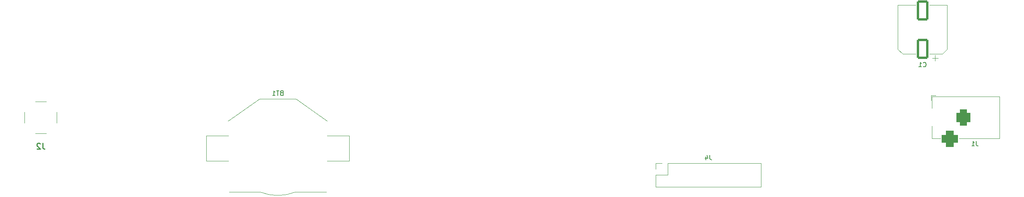
<source format=gbo>
%TF.GenerationSoftware,KiCad,Pcbnew,(6.0.0)*%
%TF.CreationDate,2022-08-27T11:05:42-04:00*%
%TF.ProjectId,VFD GPS Clock,56464420-4750-4532-9043-6c6f636b2e6b,rev?*%
%TF.SameCoordinates,Original*%
%TF.FileFunction,Legend,Bot*%
%TF.FilePolarity,Positive*%
%FSLAX46Y46*%
G04 Gerber Fmt 4.6, Leading zero omitted, Abs format (unit mm)*
G04 Created by KiCad (PCBNEW (6.0.0)) date 2022-08-27 11:05:42*
%MOMM*%
%LPD*%
G01*
G04 APERTURE LIST*
G04 Aperture macros list*
%AMRoundRect*
0 Rectangle with rounded corners*
0 $1 Rounding radius*
0 $2 $3 $4 $5 $6 $7 $8 $9 X,Y pos of 4 corners*
0 Add a 4 corners polygon primitive as box body*
4,1,4,$2,$3,$4,$5,$6,$7,$8,$9,$2,$3,0*
0 Add four circle primitives for the rounded corners*
1,1,$1+$1,$2,$3*
1,1,$1+$1,$4,$5*
1,1,$1+$1,$6,$7*
1,1,$1+$1,$8,$9*
0 Add four rect primitives between the rounded corners*
20,1,$1+$1,$2,$3,$4,$5,0*
20,1,$1+$1,$4,$5,$6,$7,0*
20,1,$1+$1,$6,$7,$8,$9,0*
20,1,$1+$1,$8,$9,$2,$3,0*%
G04 Aperture macros list end*
%ADD10C,0.150000*%
%ADD11C,0.254000*%
%ADD12C,0.120000*%
%ADD13C,0.100000*%
%ADD14R,1.700000X1.700000*%
%ADD15O,1.700000X1.700000*%
%ADD16C,6.400000*%
%ADD17R,1.800000X1.800000*%
%ADD18C,1.800000*%
%ADD19R,3.500000X3.500000*%
%ADD20RoundRect,0.750000X0.750000X1.000000X-0.750000X1.000000X-0.750000X-1.000000X0.750000X-1.000000X0*%
%ADD21RoundRect,0.875000X0.875000X0.875000X-0.875000X0.875000X-0.875000X-0.875000X0.875000X-0.875000X0*%
%ADD22C,2.400000*%
%ADD23C,2.850000*%
%ADD24R,5.100000X5.100000*%
%ADD25C,17.800000*%
%ADD26RoundRect,0.250000X1.000000X-1.950000X1.000000X1.950000X-1.000000X1.950000X-1.000000X-1.950000X0*%
G04 APERTURE END LIST*
D10*
%TO.C,J4*%
X172458333Y-135127380D02*
X172458333Y-135841666D01*
X172505952Y-135984523D01*
X172601190Y-136079761D01*
X172744047Y-136127380D01*
X172839285Y-136127380D01*
X171553571Y-135460714D02*
X171553571Y-136127380D01*
X171791666Y-135079761D02*
X172029761Y-135794047D01*
X171410714Y-135794047D01*
%TO.C,J1*%
X230533333Y-132102380D02*
X230533333Y-132816666D01*
X230580952Y-132959523D01*
X230676190Y-133054761D01*
X230819047Y-133102380D01*
X230914285Y-133102380D01*
X229533333Y-133102380D02*
X230104761Y-133102380D01*
X229819047Y-133102380D02*
X229819047Y-132102380D01*
X229914285Y-132245238D01*
X230009523Y-132340476D01*
X230104761Y-132388095D01*
D11*
%TO.C,J2*%
X27023333Y-132504523D02*
X27023333Y-133411666D01*
X27083809Y-133593095D01*
X27204761Y-133714047D01*
X27386190Y-133774523D01*
X27507142Y-133774523D01*
X26479047Y-132625476D02*
X26418571Y-132565000D01*
X26297619Y-132504523D01*
X25995238Y-132504523D01*
X25874285Y-132565000D01*
X25813809Y-132625476D01*
X25753333Y-132746428D01*
X25753333Y-132867380D01*
X25813809Y-133048809D01*
X26539523Y-133774523D01*
X25753333Y-133774523D01*
D10*
%TO.C,BT1*%
X79085714Y-121528571D02*
X78942857Y-121576190D01*
X78895238Y-121623809D01*
X78847619Y-121719047D01*
X78847619Y-121861904D01*
X78895238Y-121957142D01*
X78942857Y-122004761D01*
X79038095Y-122052380D01*
X79419047Y-122052380D01*
X79419047Y-121052380D01*
X79085714Y-121052380D01*
X78990476Y-121100000D01*
X78942857Y-121147619D01*
X78895238Y-121242857D01*
X78895238Y-121338095D01*
X78942857Y-121433333D01*
X78990476Y-121480952D01*
X79085714Y-121528571D01*
X79419047Y-121528571D01*
X78561904Y-121052380D02*
X77990476Y-121052380D01*
X78276190Y-122052380D02*
X78276190Y-121052380D01*
X77133333Y-122052380D02*
X77704761Y-122052380D01*
X77419047Y-122052380D02*
X77419047Y-121052380D01*
X77514285Y-121195238D01*
X77609523Y-121290476D01*
X77704761Y-121338095D01*
%TO.C,C1*%
X218966666Y-115757142D02*
X219014285Y-115804761D01*
X219157142Y-115852380D01*
X219252380Y-115852380D01*
X219395238Y-115804761D01*
X219490476Y-115709523D01*
X219538095Y-115614285D01*
X219585714Y-115423809D01*
X219585714Y-115280952D01*
X219538095Y-115090476D01*
X219490476Y-114995238D01*
X219395238Y-114900000D01*
X219252380Y-114852380D01*
X219157142Y-114852380D01*
X219014285Y-114900000D01*
X218966666Y-114947619D01*
X218014285Y-115852380D02*
X218585714Y-115852380D01*
X218300000Y-115852380D02*
X218300000Y-114852380D01*
X218395238Y-114995238D01*
X218490476Y-115090476D01*
X218585714Y-115138095D01*
D12*
%TO.C,J4*%
X183625000Y-136870000D02*
X183625000Y-142070000D01*
X163245000Y-136870000D02*
X183625000Y-136870000D01*
X163245000Y-139470000D02*
X160645000Y-139470000D01*
X160645000Y-136870000D02*
X160645000Y-138200000D01*
X161975000Y-136870000D02*
X160645000Y-136870000D01*
X163245000Y-136870000D02*
X163245000Y-139470000D01*
X160645000Y-139470000D02*
X160645000Y-142070000D01*
X160645000Y-142070000D02*
X183625000Y-142070000D01*
%TO.C,J1*%
X220850000Y-122300000D02*
X220850000Y-124900000D01*
X220850000Y-131500000D02*
X222750000Y-131500000D01*
X220850000Y-128800000D02*
X220850000Y-131500000D01*
X221700000Y-122100000D02*
X220650000Y-122100000D01*
X226750000Y-131500000D02*
X235550000Y-131500000D01*
X220650000Y-123150000D02*
X220650000Y-122100000D01*
X235550000Y-122300000D02*
X220850000Y-122300000D01*
X235550000Y-131500000D02*
X235550000Y-122300000D01*
D13*
%TO.C,J2*%
X23100000Y-125700000D02*
X23100000Y-128100000D01*
X30100000Y-125700000D02*
X30100000Y-128100000D01*
X25400000Y-123400000D02*
X27800000Y-123400000D01*
X27800000Y-130400000D02*
X25400000Y-130400000D01*
D12*
%TO.C,BT1*%
X82225000Y-122826244D02*
X89025000Y-127626244D01*
X62725000Y-130926244D02*
X67525000Y-130926244D01*
X67525000Y-136426244D02*
X62725000Y-136426244D01*
X62725000Y-136426244D02*
X62725000Y-130926244D01*
X93825000Y-130926244D02*
X93825000Y-136426244D01*
X93825000Y-136426244D02*
X89025000Y-136426244D01*
X88825000Y-143176244D02*
X82125000Y-143176244D01*
X67725000Y-143176244D02*
X74425000Y-143176244D01*
X67475000Y-127626244D02*
X74325000Y-122826244D01*
X89025000Y-130926244D02*
X93825000Y-130926244D01*
X74325000Y-122826244D02*
X82225000Y-122826244D01*
X74428615Y-143177708D02*
G75*
G03*
X82125000Y-143176244I3846385J9501457D01*
G01*
%TO.C,C1*%
X223095563Y-113060000D02*
X224160000Y-111995563D01*
X224160000Y-102340000D02*
X220310000Y-102340000D01*
X214504437Y-113060000D02*
X217290000Y-113060000D01*
X222185000Y-113925000D02*
X220935000Y-113925000D01*
X213440000Y-102340000D02*
X217290000Y-102340000D01*
X223095563Y-113060000D02*
X220310000Y-113060000D01*
X224160000Y-111995563D02*
X224160000Y-102340000D01*
X221560000Y-114550000D02*
X221560000Y-113300000D01*
X213440000Y-111995563D02*
X213440000Y-102340000D01*
X214504437Y-113060000D02*
X213440000Y-111995563D01*
%TD*%
%LPC*%
D14*
%TO.C,J3*%
X87875000Y-105125000D03*
D15*
X85335000Y-105125000D03*
X82795000Y-105125000D03*
X80255000Y-105125000D03*
X77715000Y-105125000D03*
X75175000Y-105125000D03*
X72635000Y-105125000D03*
X70095000Y-105125000D03*
%TD*%
D16*
%TO.C,H1*%
X23250000Y-114000000D03*
%TD*%
D17*
%TO.C,U3*%
X209838000Y-132167500D03*
D18*
X209838000Y-134707500D03*
X209838000Y-137247500D03*
%TD*%
D16*
%TO.C,H2*%
X228750000Y-114000000D03*
%TD*%
D14*
%TO.C,J4*%
X161975000Y-138200000D03*
D15*
X161975000Y-140740000D03*
X164515000Y-138200000D03*
X164515000Y-140740000D03*
X167055000Y-138200000D03*
X167055000Y-140740000D03*
X169595000Y-138200000D03*
X169595000Y-140740000D03*
X172135000Y-138200000D03*
X172135000Y-140740000D03*
X174675000Y-138200000D03*
X174675000Y-140740000D03*
X177215000Y-138200000D03*
X177215000Y-140740000D03*
X179755000Y-138200000D03*
X179755000Y-140740000D03*
X182295000Y-138200000D03*
X182295000Y-140740000D03*
%TD*%
D19*
%TO.C,J1*%
X221750000Y-126900000D03*
D20*
X227750000Y-126900000D03*
D21*
X224750000Y-131600000D03*
%TD*%
D22*
%TO.C,J2*%
X26600000Y-126900000D03*
D23*
X24025000Y-124325000D03*
X29175000Y-124325000D03*
X29175000Y-129475000D03*
X24025000Y-129475000D03*
%TD*%
D24*
%TO.C,BT1*%
X65475000Y-133676244D03*
X91075000Y-133676244D03*
D25*
X78275000Y-133676244D03*
%TD*%
D26*
%TO.C,C1*%
X218800000Y-111900000D03*
X218800000Y-103500000D03*
%TD*%
M02*

</source>
